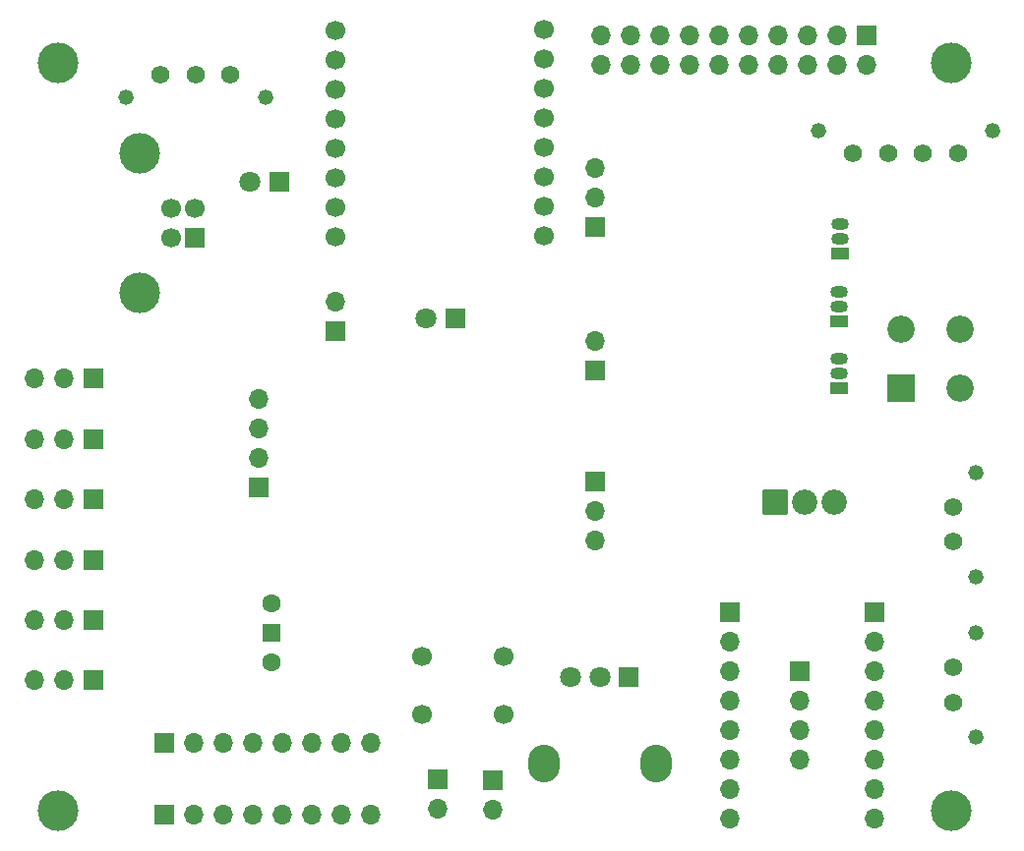
<source format=gbr>
%TF.GenerationSoftware,KiCad,Pcbnew,8.0.4*%
%TF.CreationDate,2025-04-25T16:49:28-07:00*%
%TF.ProjectId,DalekSoundSystemV2,44616c65-6b53-46f7-956e-645379737465,rev?*%
%TF.SameCoordinates,Original*%
%TF.FileFunction,Soldermask,Bot*%
%TF.FilePolarity,Negative*%
%FSLAX46Y46*%
G04 Gerber Fmt 4.6, Leading zero omitted, Abs format (unit mm)*
G04 Created by KiCad (PCBNEW 8.0.4) date 2025-04-25 16:49:28*
%MOMM*%
%LPD*%
G01*
G04 APERTURE LIST*
G04 Aperture macros list*
%AMRoundRect*
0 Rectangle with rounded corners*
0 $1 Rounding radius*
0 $2 $3 $4 $5 $6 $7 $8 $9 X,Y pos of 4 corners*
0 Add a 4 corners polygon primitive as box body*
4,1,4,$2,$3,$4,$5,$6,$7,$8,$9,$2,$3,0*
0 Add four circle primitives for the rounded corners*
1,1,$1+$1,$2,$3*
1,1,$1+$1,$4,$5*
1,1,$1+$1,$6,$7*
1,1,$1+$1,$8,$9*
0 Add four rect primitives between the rounded corners*
20,1,$1+$1,$2,$3,$4,$5,0*
20,1,$1+$1,$4,$5,$6,$7,0*
20,1,$1+$1,$6,$7,$8,$9,0*
20,1,$1+$1,$8,$9,$2,$3,0*%
G04 Aperture macros list end*
%ADD10R,1.800000X1.800000*%
%ADD11C,1.800000*%
%ADD12R,1.700000X1.700000*%
%ADD13O,1.700000X1.700000*%
%ADD14O,2.720000X3.240000*%
%ADD15C,3.500000*%
%ADD16C,1.320800*%
%ADD17C,1.574800*%
%ADD18R,2.350000X2.350000*%
%ADD19C,2.350000*%
%ADD20C,1.700000*%
%ADD21R,1.500000X1.500000*%
%ADD22C,1.600000*%
%ADD23R,1.500000X1.050000*%
%ADD24O,1.500000X1.050000*%
%ADD25RoundRect,0.102000X-0.990000X-0.990000X0.990000X-0.990000X0.990000X0.990000X-0.990000X0.990000X0*%
%ADD26C,2.184000*%
G04 APERTURE END LIST*
D10*
%TO.C,D3*%
X151600000Y-52800000D03*
D11*
X149060000Y-52800000D03*
%TD*%
D12*
%TO.C,J24*%
X178800000Y-56740000D03*
D13*
X178800000Y-54200000D03*
X178800000Y-51660000D03*
%TD*%
D14*
%TO.C,RV1*%
X184000000Y-102975000D03*
X174400000Y-102975000D03*
D10*
X181700000Y-95475000D03*
D11*
X179200000Y-95475000D03*
X176700000Y-95475000D03*
%TD*%
D12*
%TO.C,J17*%
X165225000Y-104350000D03*
D13*
X165225000Y-106890000D03*
%TD*%
D15*
%TO.C,H2*%
X132600000Y-107000000D03*
%TD*%
D12*
%TO.C,J5*%
X135600000Y-90600000D03*
D13*
X133060000Y-90600000D03*
X130520000Y-90600000D03*
%TD*%
D16*
%TO.C,J10*%
X211560001Y-100699999D03*
X211560001Y-91700001D03*
D17*
X209600000Y-94700000D03*
X209600000Y-97700000D03*
%TD*%
D12*
%TO.C,J7*%
X202180000Y-40260000D03*
D13*
X202180000Y-42800000D03*
X199640000Y-40260000D03*
X199640000Y-42800000D03*
X197100000Y-40260000D03*
X197100000Y-42800000D03*
X194560000Y-40260000D03*
X194560000Y-42800000D03*
X192020000Y-40260000D03*
X192020000Y-42800000D03*
X189480000Y-40260000D03*
X189480000Y-42800000D03*
X186940000Y-40260000D03*
X186940000Y-42800000D03*
X184400000Y-40260000D03*
X184400000Y-42800000D03*
X181860000Y-40260000D03*
X181860000Y-42800000D03*
X179320000Y-40260000D03*
X179320000Y-42800000D03*
%TD*%
D16*
%TO.C,J11*%
X211560001Y-86866200D03*
X211560001Y-77866202D03*
D17*
X209600000Y-80866201D03*
X209600000Y-83866201D03*
%TD*%
D18*
%TO.C,D1*%
X205155000Y-70605001D03*
D19*
X210235000Y-70605001D03*
X210235000Y-65525001D03*
X205155000Y-65525001D03*
%TD*%
D16*
%TO.C,J9*%
X138400001Y-45560001D03*
X150399997Y-45560001D03*
D17*
X147399998Y-43600000D03*
X144399999Y-43600000D03*
X141400000Y-43600000D03*
%TD*%
D12*
%TO.C,J13*%
X156400000Y-65740000D03*
D13*
X156400000Y-63200000D03*
%TD*%
D20*
%TO.C,SW2*%
X170900000Y-98700000D03*
X163900000Y-93700000D03*
X170900000Y-93700000D03*
X163900000Y-98700000D03*
%TD*%
D21*
%TO.C,SW1*%
X150912500Y-91687500D03*
D22*
X150912500Y-94227500D03*
X150912500Y-89147500D03*
%TD*%
D12*
%TO.C,J4*%
X135600000Y-69800000D03*
D13*
X133060000Y-69800000D03*
X130520000Y-69800000D03*
%TD*%
D12*
%TO.C,J6*%
X135600000Y-85400000D03*
D13*
X133060000Y-85400000D03*
X130520000Y-85400000D03*
%TD*%
D20*
%TO.C,U2*%
X174400000Y-57510000D03*
X174400000Y-54970000D03*
X174400000Y-52430000D03*
X174400000Y-49890000D03*
X174400000Y-47350000D03*
X174400000Y-44810000D03*
X174400000Y-42270000D03*
X174400000Y-39730000D03*
X156400000Y-39810000D03*
X156400000Y-42350000D03*
X156400000Y-44890000D03*
X156400000Y-47430000D03*
X156400000Y-49970000D03*
X156400000Y-52510000D03*
X156400000Y-55050000D03*
X156400000Y-57590000D03*
%TD*%
D12*
%TO.C,J14*%
X149800000Y-79200000D03*
D13*
X149800000Y-76660000D03*
X149800000Y-74120000D03*
X149800000Y-71580000D03*
%TD*%
D12*
%TO.C,J18*%
X170000000Y-104400000D03*
D13*
X170000000Y-106940000D03*
%TD*%
D12*
%TO.C,J1*%
X135600000Y-95800000D03*
D13*
X133060000Y-95800000D03*
X130520000Y-95800000D03*
%TD*%
D12*
%TO.C,J23*%
X144310000Y-57650000D03*
D20*
X144310000Y-55150000D03*
X142310000Y-55150000D03*
X142310000Y-57650000D03*
D15*
X139600000Y-62420000D03*
X139600000Y-50380000D03*
%TD*%
D23*
%TO.C,Q3-B1*%
X199800000Y-70630001D03*
D24*
X199800000Y-69360001D03*
X199800000Y-68090001D03*
%TD*%
D12*
%TO.C,J15*%
X196400000Y-95000000D03*
D13*
X196400000Y-97540000D03*
X196400000Y-100080000D03*
X196400000Y-102620000D03*
%TD*%
D12*
%TO.C,J20*%
X141720000Y-107400000D03*
D13*
X144260000Y-107400000D03*
X146800000Y-107400000D03*
X149340000Y-107400000D03*
X151880000Y-107400000D03*
X154420000Y-107400000D03*
X156960000Y-107400000D03*
X159500000Y-107400000D03*
%TD*%
D12*
%TO.C,J21*%
X202800000Y-89925000D03*
D13*
X202800000Y-92465000D03*
X202800000Y-95005000D03*
X202800000Y-97545000D03*
X202800000Y-100085000D03*
X202800000Y-102625000D03*
X202800000Y-105165000D03*
X202800000Y-107705000D03*
%TD*%
D15*
%TO.C,H4*%
X209400000Y-42600000D03*
%TD*%
D12*
%TO.C,J19*%
X141720000Y-101200000D03*
D13*
X144260000Y-101200000D03*
X146800000Y-101200000D03*
X149340000Y-101200000D03*
X151880000Y-101200000D03*
X154420000Y-101200000D03*
X156960000Y-101200000D03*
X159500000Y-101200000D03*
%TD*%
D23*
%TO.C,Q2-G1*%
X199800000Y-64830001D03*
D24*
X199800000Y-63560001D03*
X199800000Y-62290001D03*
%TD*%
D15*
%TO.C,H3*%
X209400000Y-107000000D03*
%TD*%
D12*
%TO.C,J22*%
X190400000Y-89925000D03*
D13*
X190400000Y-92465000D03*
X190400000Y-95005000D03*
X190400000Y-97545000D03*
X190400000Y-100085000D03*
X190400000Y-102625000D03*
X190400000Y-105165000D03*
X190400000Y-107705000D03*
%TD*%
D16*
%TO.C,J8*%
X213000000Y-48400000D03*
X198000000Y-48400000D03*
D17*
X201000001Y-50360001D03*
X204000000Y-50360001D03*
X207000000Y-50360001D03*
X209999999Y-50360001D03*
%TD*%
D10*
%TO.C,D2*%
X166800000Y-64600000D03*
D11*
X164260000Y-64600000D03*
%TD*%
D15*
%TO.C,H1*%
X132600000Y-42600000D03*
%TD*%
D23*
%TO.C,Q1-R1*%
X199840000Y-59030001D03*
D24*
X199840000Y-57760001D03*
X199840000Y-56490001D03*
%TD*%
D12*
%TO.C,J2*%
X135600000Y-75000000D03*
D13*
X133060000Y-75000000D03*
X130520000Y-75000000D03*
%TD*%
D12*
%TO.C,J16*%
X178800000Y-78660000D03*
D13*
X178800000Y-81200000D03*
X178800000Y-83740000D03*
%TD*%
D12*
%TO.C,J3*%
X135600000Y-80200000D03*
D13*
X133060000Y-80200000D03*
X130520000Y-80200000D03*
%TD*%
D12*
%TO.C,J12*%
X178800000Y-69075000D03*
D13*
X178800000Y-66535000D03*
%TD*%
D25*
%TO.C,Q4*%
X194320000Y-80400000D03*
D26*
X196860000Y-80400000D03*
X199400000Y-80400000D03*
%TD*%
M02*

</source>
